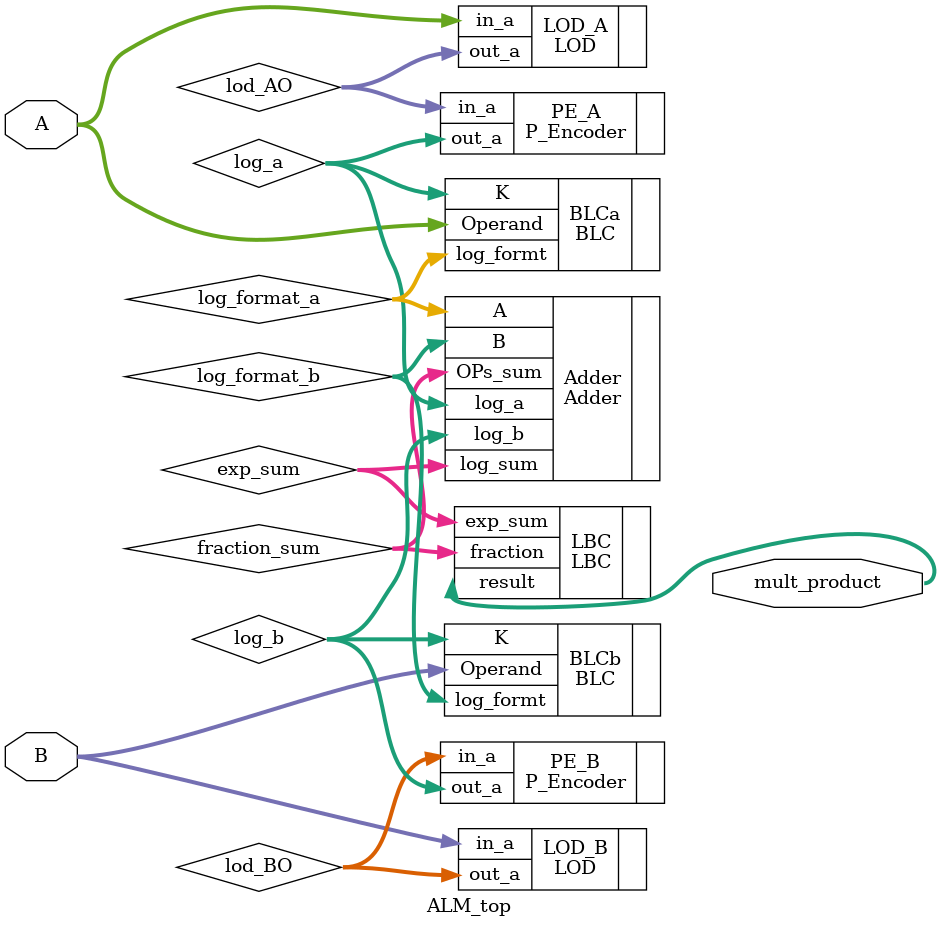
<source format=v>


// Company: iCAS Lab, University of South Carolina
// Engineer: Mohammed E. Elbtity
// Create Date: 06/14/2023 09:22:32 PM
// Design Name: 
// Module Name: ALM Multiplier 
// Project Name: 
// Target Devices: 
// Tool Versions: 
// Description: 
// 
// Dependencies: 
// 
// Revision:
// Revision 0.01 - File Created
// Additional Comments:
// 
//////////////////////////////////////////////////////////////////////////////////

`timescale 1ns / 1ps

module ALM_top #(parameter A_BW = 32, B_BW = 32, LOG2_WIDTH = $clog2(A_BW), WIDTH = 2**LOG2_WIDTH, M = 6)

(
    input	wire	[A_BW-1:0]		A,
    input   wire    [B_BW-1:0]      B,
    output	    	[(A_BW+B_BW)-1:0]	mult_product
);

wire [$clog2(A_BW)-1:0] log_a;              // Log of A-Operand (P_Encoder output)
wire [$clog2(B_BW)-1:0] log_b;              // Log of B-Operand (P_Encoder output)
wire	[A_BW-2:0]	log_format_a;
wire	[B_BW-2:0]  log_format_b ;

wire	[WIDTH-2:0]				fraction_sum ;

wire [$clog2(A_BW):0] exp_sum;            // Exponents sum 
wire [A_BW-1:0] lod_AO;                     // LOD of A-Operand output
wire [B_BW-1:0] lod_BO;                     // LOD of A-Operand output


LOD #(.BW(A_BW)) LOD_A (.in_a(A),.out_a(lod_AO));
P_Encoder #(.BW(A_BW)) PE_A (.in_a(lod_AO),.out_a(log_a));

LOD #(.BW(A_BW)) LOD_B (.in_a(B),.out_a(lod_BO));
P_Encoder #(.BW(A_BW)) PE_B (.in_a(lod_BO),.out_a(log_b));

BLC #(.LOG2_WIDTH($clog2(A_BW))) BLCa (.Operand(A),.K(log_a),.log_formt(log_format_a));
BLC #(.LOG2_WIDTH($clog2(B_BW))) BLCb (.Operand(B),.K(log_b),.log_formt(log_format_b));

Adder #(.LOG2_WIDTH($clog2(A_BW))) Adder (.A(log_format_a),.B(log_format_b),.log_a(log_a),.log_b(log_b),.OPs_sum(fraction_sum),.log_sum(exp_sum));
LBC #(.LOG2_WIDTH($clog2(B_BW))) LBC (.fraction(fraction_sum),.exp_sum(exp_sum),.result(mult_product));

endmodule

</source>
